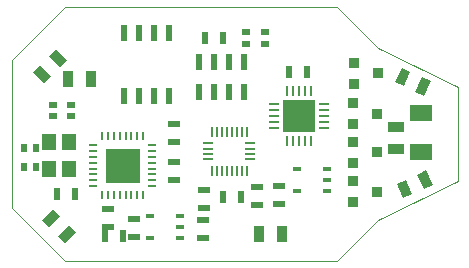
<source format=gtp>
G04 (created by PCBNEW (2013-jul-07)-stable) date Fri 12 Jun 2015 01:12:31 PM EDT*
%MOIN*%
G04 Gerber Fmt 3.4, Leading zero omitted, Abs format*
%FSLAX34Y34*%
G01*
G70*
G90*
G04 APERTURE LIST*
%ADD10C,0.00590551*%
%ADD11C,0.00393701*%
%ADD12R,0.106268X0.106268*%
%ADD13R,0.0334331X0.00784252*%
%ADD14R,0.00784252X0.0334331*%
%ADD15R,0.045X0.053*%
%ADD16R,0.034X0.034*%
%ADD17R,0.028X0.018*%
%ADD18R,0.0216X0.0531*%
%ADD19R,0.078X0.058*%
%ADD20R,0.023X0.043*%
%ADD21R,0.043X0.023*%
%ADD22R,0.028X0.008*%
%ADD23R,0.008X0.028*%
%ADD24R,0.1161X0.1161*%
%ADD25R,0.021622X0.0255591*%
%ADD26R,0.0255591X0.021622*%
%ADD27R,0.00705512X0.0334331*%
%ADD28R,0.0334331X0.00705512*%
%ADD29R,0.033X0.053*%
%ADD30R,0.021622X0.0531181*%
%ADD31R,0.053X0.033*%
G04 APERTURE END LIST*
G54D10*
G54D11*
X28718Y-19360D02*
X19662Y-19360D01*
X28718Y-27825D02*
X19662Y-27825D01*
X19662Y-27825D02*
X17891Y-26053D01*
X17891Y-21132D02*
X19662Y-19360D01*
X32753Y-25167D02*
X30096Y-26447D01*
X32753Y-22018D02*
X32753Y-25167D01*
X30096Y-20738D02*
X32753Y-22018D01*
X17891Y-21132D02*
X17891Y-26053D01*
X28718Y-19360D02*
X30096Y-20738D01*
X28718Y-27825D02*
X30096Y-26447D01*
G54D12*
X27458Y-22999D03*
G54D13*
X28284Y-23392D03*
X28284Y-23195D03*
X28284Y-22999D03*
X28284Y-22802D03*
X28284Y-22605D03*
G54D14*
X27851Y-22172D03*
X27654Y-22172D03*
X27458Y-22172D03*
X27261Y-22172D03*
X27064Y-22172D03*
G54D13*
X26631Y-22605D03*
X26631Y-22802D03*
X26631Y-22999D03*
X26631Y-23195D03*
X26631Y-23392D03*
G54D14*
X27064Y-23825D03*
X27261Y-23825D03*
X27458Y-23825D03*
X27654Y-23825D03*
X27851Y-23825D03*
G54D15*
X19809Y-23864D03*
X19139Y-23864D03*
X19139Y-24764D03*
X19809Y-24764D03*
G54D16*
X29280Y-23270D03*
X29280Y-22570D03*
X30080Y-22920D03*
X29284Y-21918D03*
X29284Y-21218D03*
X30084Y-21568D03*
X29270Y-24550D03*
X29270Y-23850D03*
X30070Y-24200D03*
X29270Y-25870D03*
X29270Y-25170D03*
X30070Y-25520D03*
G54D17*
X28399Y-25491D03*
X28399Y-24741D03*
X27399Y-25491D03*
X28399Y-25116D03*
X27399Y-24741D03*
X23515Y-27068D03*
X23515Y-26318D03*
X22515Y-27068D03*
X23515Y-26693D03*
X22515Y-26318D03*
G54D18*
X23140Y-22327D03*
X23140Y-20227D03*
X22640Y-22327D03*
X22140Y-22327D03*
X21640Y-22327D03*
X22640Y-20227D03*
X22140Y-20227D03*
X21640Y-20227D03*
G54D19*
X31520Y-24200D03*
X31520Y-22900D03*
G54D20*
X20991Y-27006D03*
X21591Y-27006D03*
X24929Y-25681D03*
X25529Y-25681D03*
X24933Y-20381D03*
X24333Y-20381D03*
G54D21*
X24297Y-26053D03*
X24297Y-25453D03*
X26802Y-25338D03*
X26802Y-25938D03*
G54D20*
X27719Y-21528D03*
X27119Y-21528D03*
G54D21*
X26079Y-25366D03*
X26079Y-25966D03*
X23307Y-25118D03*
X23307Y-24518D03*
X24267Y-27048D03*
X24267Y-26448D03*
X21090Y-26084D03*
X21090Y-26684D03*
G54D22*
X20600Y-25136D03*
X20600Y-24939D03*
X20600Y-24742D03*
X20600Y-25333D03*
G54D23*
X20895Y-25628D03*
X21092Y-25628D03*
X21289Y-25628D03*
X21486Y-25628D03*
X21682Y-25628D03*
X21879Y-25628D03*
X22076Y-25628D03*
X22273Y-25628D03*
G54D22*
X22568Y-23955D03*
X22568Y-25333D03*
X22568Y-25136D03*
X22568Y-24939D03*
X22568Y-24742D03*
X22568Y-24546D03*
X22568Y-24349D03*
X22568Y-24152D03*
G54D23*
X22273Y-23660D03*
X22076Y-23660D03*
X21879Y-23660D03*
X21682Y-23660D03*
X21486Y-23660D03*
X21289Y-23660D03*
X21092Y-23660D03*
X20895Y-23660D03*
G54D22*
X20600Y-23955D03*
X20600Y-24152D03*
X20600Y-24349D03*
X20600Y-24546D03*
G54D24*
X21584Y-24644D03*
G54D25*
X18289Y-24682D03*
X18289Y-24053D03*
X18682Y-24682D03*
X18682Y-24053D03*
G54D21*
X21980Y-26430D03*
X21980Y-27030D03*
G54D20*
X19398Y-25575D03*
X19998Y-25575D03*
G54D21*
X23297Y-23844D03*
X23297Y-23244D03*
G54D26*
X19879Y-23002D03*
X19249Y-23002D03*
X19879Y-22608D03*
X19249Y-22608D03*
G54D27*
X25735Y-24810D03*
G54D28*
X25843Y-24414D03*
X25843Y-24245D03*
X25843Y-24076D03*
X25843Y-23907D03*
G54D27*
X25735Y-23511D03*
X25566Y-23511D03*
X25396Y-23511D03*
X25227Y-23511D03*
X25058Y-23511D03*
X24889Y-23511D03*
X24719Y-23511D03*
X24550Y-23511D03*
G54D28*
X24443Y-23907D03*
X24443Y-24076D03*
X24443Y-24245D03*
X24443Y-24414D03*
G54D27*
X24550Y-24810D03*
X24719Y-24810D03*
X24889Y-24810D03*
X25058Y-24810D03*
X25227Y-24810D03*
X25396Y-24810D03*
X25566Y-24810D03*
G54D10*
G36*
X18966Y-21890D02*
X18591Y-21515D01*
X18825Y-21282D01*
X19199Y-21656D01*
X18966Y-21890D01*
X18966Y-21890D01*
G37*
G36*
X19496Y-21359D02*
X19122Y-20985D01*
X19355Y-20751D01*
X19730Y-21126D01*
X19496Y-21359D01*
X19496Y-21359D01*
G37*
G36*
X31861Y-21838D02*
X31637Y-22318D01*
X31338Y-22178D01*
X31562Y-21698D01*
X31861Y-21838D01*
X31861Y-21838D01*
G37*
G36*
X31181Y-21521D02*
X30957Y-22001D01*
X30658Y-21861D01*
X30882Y-21381D01*
X31181Y-21521D01*
X31181Y-21521D01*
G37*
G36*
X31697Y-24801D02*
X31921Y-25281D01*
X31622Y-25421D01*
X31398Y-24941D01*
X31697Y-24801D01*
X31697Y-24801D01*
G37*
G36*
X31017Y-25118D02*
X31241Y-25598D01*
X30942Y-25738D01*
X30718Y-25258D01*
X31017Y-25118D01*
X31017Y-25118D01*
G37*
G36*
X18903Y-26454D02*
X19278Y-26079D01*
X19511Y-26313D01*
X19137Y-26687D01*
X18903Y-26454D01*
X18903Y-26454D01*
G37*
G36*
X19434Y-26984D02*
X19808Y-26610D01*
X20042Y-26843D01*
X19667Y-27218D01*
X19434Y-26984D01*
X19434Y-26984D01*
G37*
G54D29*
X19776Y-21771D03*
X20526Y-21771D03*
G54D30*
X25623Y-21206D03*
X25131Y-21206D03*
X24638Y-21206D03*
X24146Y-21206D03*
X24146Y-22191D03*
X24638Y-22191D03*
X25131Y-22191D03*
X25623Y-22191D03*
G54D26*
X26342Y-20575D03*
X25713Y-20575D03*
X26342Y-20182D03*
X25713Y-20182D03*
G54D29*
X26883Y-26940D03*
X26133Y-26940D03*
G54D31*
X30702Y-24105D03*
X30702Y-23355D03*
M02*

</source>
